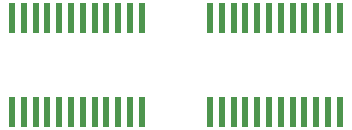
<source format=gbr>
From c3ca4f95bd59f69d45e582a4149327f57a360760 Mon Sep 17 00:00:00 2001
From: jaseg <git@jaseg.de>
Date: Sun, 30 Jan 2022 20:11:38 +0100
Subject: Rename gerbonara/gerber package to just gerbonara

---
 .../resources/kicad-older/chibi_2024-B.Paste.gbr   | 62 ++++++++++++++++++++++
 1 file changed, 62 insertions(+)
 create mode 100644 gerbonara/tests/resources/kicad-older/chibi_2024-B.Paste.gbr

(limited to 'gerbonara/tests/resources/kicad-older/chibi_2024-B.Paste.gbr')

diff --git a/gerbonara/tests/resources/kicad-older/chibi_2024-B.Paste.gbr b/gerbonara/tests/resources/kicad-older/chibi_2024-B.Paste.gbr
new file mode 100644
index 0000000..301f0b0
--- /dev/null
+++ b/gerbonara/tests/resources/kicad-older/chibi_2024-B.Paste.gbr
@@ -0,0 +1,62 @@
+G04 #@! TF.FileFunction,Paste,Bot*
+%FSLAX46Y46*%
+G04 Gerber Fmt 4.6, Leading zero omitted, Abs format (unit mm)*
+G04 Created by KiCad (PCBNEW 4.0.6) date Mon Sep 18 11:29:53 2017*
+%MOMM*%
+%LPD*%
+G01*
+G04 APERTURE LIST*
+%ADD10C,0.100000*%
+%ADD11R,0.600000X2.500000*%
+G04 APERTURE END LIST*
+D10*
+D11*
+X101942000Y-68771000D03*
+X102942000Y-68771000D03*
+X103942000Y-68771000D03*
+X104942000Y-68771000D03*
+X105942000Y-68771000D03*
+X106942000Y-68771000D03*
+X107942000Y-68771000D03*
+X108942000Y-68771000D03*
+X109942000Y-68771000D03*
+X110942000Y-68771000D03*
+X111942000Y-68771000D03*
+X112942000Y-68771000D03*
+X112942000Y-76771000D03*
+X111942000Y-76771000D03*
+X110942000Y-76771000D03*
+X109942000Y-76771000D03*
+X108942000Y-76771000D03*
+X107942000Y-76771000D03*
+X106942000Y-76771000D03*
+X105942000Y-76771000D03*
+X104942000Y-76771000D03*
+X103942000Y-76771000D03*
+X102942000Y-76771000D03*
+X101942000Y-76771000D03*
+X96178000Y-76771000D03*
+X95178000Y-76771000D03*
+X94178000Y-76771000D03*
+X93178000Y-76771000D03*
+X92178000Y-76771000D03*
+X91178000Y-76771000D03*
+X90178000Y-76771000D03*
+X89178000Y-76771000D03*
+X88178000Y-76771000D03*
+X87178000Y-76771000D03*
+X86178000Y-76771000D03*
+X85178000Y-76771000D03*
+X85178000Y-68771000D03*
+X86178000Y-68771000D03*
+X87178000Y-68771000D03*
+X88178000Y-68771000D03*
+X89178000Y-68771000D03*
+X90178000Y-68771000D03*
+X91178000Y-68771000D03*
+X92178000Y-68771000D03*
+X93178000Y-68771000D03*
+X94178000Y-68771000D03*
+X95178000Y-68771000D03*
+X96178000Y-68771000D03*
+M02*
-- 
cgit 


</source>
